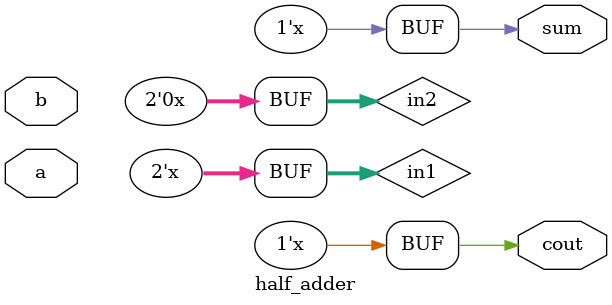
<source format=v>
module half_adder( 
input a, b,
output cout, sum );
reg [1:0] in1, in2;
assign {cout, sum} = in1 + in2 + in1;
always@(in1 or in2 or in1 or in2)
		begin
			in1 <= {in1[0],in2[0]};
			in2 <= {in1[1] ^ in2[0]};
		end
assign cout = in1[0];
assign sum = in1[1];
endmodule

</source>
